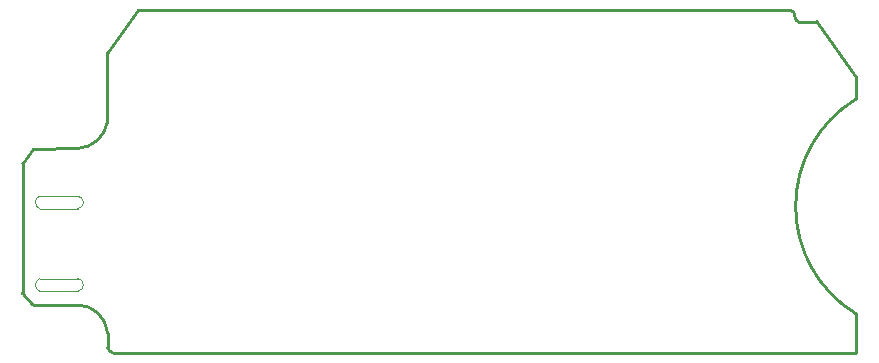
<source format=gko>
G04 Layer: BoardOutlineLayer*
G04 EasyEDA Pro v2.1.51.8c9149c1.e57db4, 2024-04-09 19:57:42*
G04 Gerber Generator version 0.3*
G04 Scale: 100 percent, Rotated: No, Reflected: No*
G04 Dimensions in millimeters*
G04 Leading zeros omitted, absolute positions, 3 integers and 5 decimals*
%FSLAX35Y35*%
%MOMM*%
%ADD10C,0.254*%
%ADD11C,0.0254*%
G75*


G04 PolygonModel Start*
G54D10*
G01X6589474Y-3874323D02*
G01X300106Y-3875686D01*
G01X299693Y-3875708D01*
G01X299263Y-3875684D01*
G01X297420Y-3875140D01*
G02X254707Y-3832174I23744J66317D01*
G01X254514Y-3831322D01*
G01X254269Y-3829977D01*
G01Y-3705438D01*
G01X254093Y-3704577D01*
G03X4227Y-3470506I-255024J-21834D01*
G01X2100Y-3469805D01*
G01X-374733Y-3468818D01*
G01X-376488Y-3469247D01*
G01X-378548Y-3468641D01*
G02X-381041Y-3466193I1126J3640D01*
G01X-464946Y-3378731D01*
G02X-466007Y-3376093I2749J2637D01*
G02X-464907Y-3373415I3810J0D01*
G01X-461848Y-2270738D01*
G02X-462740Y-2268289I2919J2449D01*
G01X-461962Y-2265982D01*
G01X-375420Y-2152183D01*
G02X-372442Y-2150679I3032J-2306D01*
G01X4194Y-2145250D01*
G01X5734Y-2144822D01*
G03X251764Y-1927399I-15940J265949D01*
G01X252265Y-1926097D01*
G01X253684Y-1329350D01*
G01X253654Y-1328872D01*
G01X254402Y-1326603D01*
G01X513488Y-976928D01*
G02X517139Y-974208I3651J-1090D01*
G01X6030186Y-974507D01*
G01X6031780Y-974856D01*
G02X6074712Y-1021884I-4291J-47028D01*
G02X6074003Y-1030037I-47224J-1D01*
G01X6073835Y-1030670D01*
G01X6073813Y-1032045D01*
G03X6102521Y-1072733I43189J0D01*
G01X6103183Y-1073044D01*
G01X6259909Y-1072350D01*
G01X6260908Y-1072216D01*
G02X6263666Y-1073397I0J-3810D01*
G01X6264410Y-1074383D01*
G01X6594306Y-1544369D01*
G01X6594997Y-1546557D01*
G01X6595049Y-1723676D01*
G01Y-1723677D01*
G02X6591239Y-1727487I-3810J0D01*
G01X6591231D01*
G03X6080468Y-2636006I552632J-908518D01*
G03X6588955Y-3543136I1063395J-0D01*
G01X6591157Y-3542435D01*
G02X6594967Y-3546245I0J-3810D01*
G01Y-3546264D01*
G01X6594960Y-3547702D01*
G01X6595222Y-3549090D01*
G01X6594945Y-3550516D01*
G01X6593283Y-3870533D01*
G02X6589474Y-3874323I-3810J20D01*
G54D11*
G01X1294Y-3353903D02*
G01X-702Y-3353339D01*
G01X-317518D01*
G01X-319421Y-3352829D01*
G01X-320055Y-3352639D01*
G02X-355869Y-3299855I20990J52784D01*
G02X-320501Y-3247251I56804J0D01*
G01X-319835Y-3247049D01*
G01X-318225Y-3246689D01*
G01X-1417Y-3246255D01*
G01X-1412D01*
G01X-501Y-3246365D01*
G01X29Y-3246328D01*
G01X235Y-3246334D01*
G02X51232Y-3300158I-2906J-53824D01*
G02X1595Y-3353891I-53903J0D01*
G01X1294Y-3353903D01*
G01X792Y-2655693D02*
G01X-1203Y-2655129D01*
G01X-318019D01*
G01X-319923Y-2654619D01*
G01X-320557Y-2654429D01*
G02X-356371Y-2601645I20990J52784D01*
G02X-321003Y-2549041I56804J-0D01*
G01X-320337Y-2548838D01*
G01X-318726Y-2548478D01*
G01X-1919Y-2548044D01*
G01X-1914D01*
G01X-1003Y-2548155D01*
G01X-472Y-2548118D01*
G01X-267Y-2548123D01*
G02X50730Y-2601947I-2906J-53824D01*
G02X1093Y-2655681I-53903J0D01*
G01X792Y-2655693D01*
G04 PolygonModel End*

M02*

</source>
